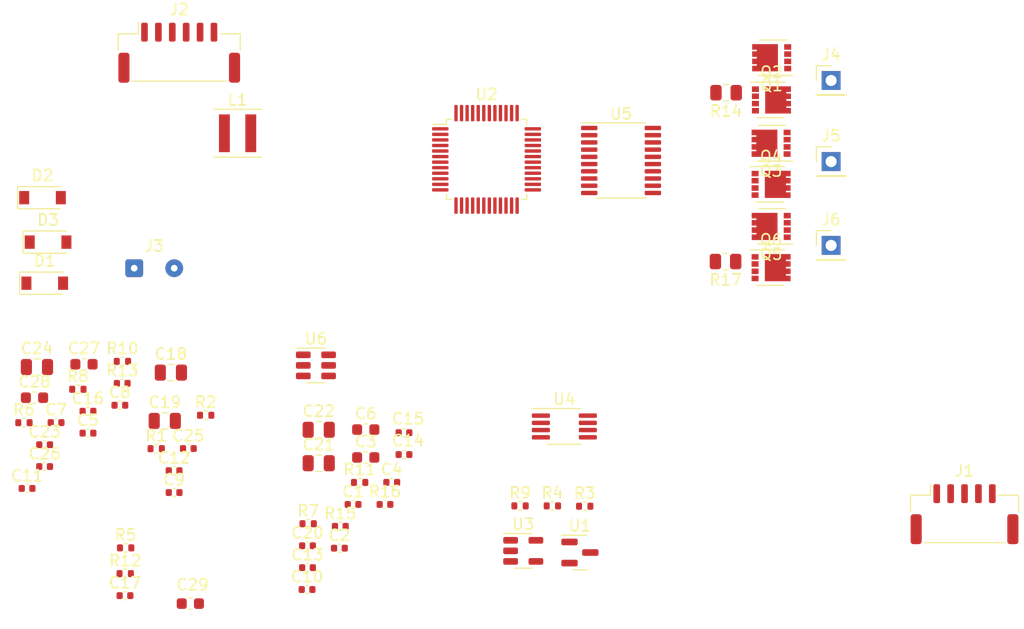
<source format=kicad_pcb>
(kicad_pcb (version 20211014) (generator pcbnew)
  (layers (0 "F.Cu" signal) (31 "B.Cu" signal) (34 "B.Paste" user) (35 "F.Paste" user) (36 "B.SilkS" user "B.Silkscreen") (37 "F.SilkS" user "F.Silkscreen") (38 "B.Mask" user) (39 "F.Mask" user) (44 "Edge.Cuts" user))
  (net 0 "")
  (net 1 "/NRST")
  (net 2 "GND")
  (net 3 "+5V")
  (net 4 "+3.3V")
  (net 5 "Net-(C14-Pad1)")
  (net 6 "Net-(C14-Pad2)")
  (net 7 "Net-(C15-Pad1)")
  (net 8 "Net-(C15-Pad2)")
  (net 9 "+15V")
  (net 10 "/VB1")
  (net 11 "/VS1")
  (net 12 "/VB2")
  (net 13 "/VS2")
  (net 14 "/VB3")
  (net 15 "/VS3")
  (net 16 "Net-(C26-Pad1)")
  (net 17 "Net-(C26-Pad2)")
  (net 18 "/SPI_MISO")
  (net 19 "/SPI_CLK")
  (net 20 "/SPI_CS")
  (net 21 "/USART1_TX")
  (net 22 "/USART1_RX")
  (net 23 "/SWDIO")
  (net 24 "/SWDCLK")
  (net 25 "/HO1")
  (net 26 "/SA1_P")
  (net 27 "/LO1")
  (net 28 "/HO2")
  (net 29 "/LO2")
  (net 30 "/HO3")
  (net 31 "/SA2_P")
  (net 32 "/LO3")
  (net 33 "/BOOT0")
  (net 34 "Net-(R3-Pad1)")
  (net 35 "VAA")
  (net 36 "/ADC1_CH1")
  (net 37 "/ADC1_CH0")
  (net 38 "Net-(R13-Pad1)")
  (net 39 "Net-(R15-Pad2)")
  (net 45 "/ADC1_CH2")
  (net 57 "/TIM1_CH1")
  (net 58 "/TIM1_CH2")
  (net 59 "/TIM1_CH3")
  (footprint "Resistor_SMD:R_0402_1005Metric" (layer "F.Cu") (at 146.92 136.5)
    (fp_text reference "R4" (at 0 -1.17) (layer "F.SilkS"))
    (fp_text value "10kR")
    (pad "1" smd roundrect (at -0.51 0) (size 0.54 0.64) (layers "F.Cu" "F.Paste" "F.Mask") (net 2 "GND"))
    (pad "2" smd roundrect (at 0.51 0) (size 0.54 0.64) (layers "F.Cu" "F.Paste" "F.Mask") (net 34 "Net-(R3-Pad1)"))
  )
  (footprint "Diode_SMD:D_SOD-123" (layer "F.Cu") (at 101.25 116.45)
    (fp_text reference "D1" (at 0 -2) (layer "F.SilkS"))
    (fp_text value " B0530W")
    (pad "1" smd rect (at -1.65 0) (size 0.9 1.2) (layers "F.Cu" "F.Paste" "F.Mask") (net 10 "/VB1"))
    (pad "2" smd rect (at 1.65 0) (size 0.9 1.2) (layers "F.Cu" "F.Paste" "F.Mask") (net 3 "+5V"))
  )
  (footprint "Resistor_SMD:R_0805_2012Metric" (layer "F.Cu") (at 162.55 99.3 180)
    (fp_text reference "R14" (at 0 -1.65) (layer "F.SilkS"))
    (fp_text value "20mR")
    (pad "1" smd roundrect (at -0.9125 0 180) (size 1.025 1.4) (layers "F.Cu" "F.Paste" "F.Mask") (roundrect_rratio 0.243902) (net 26 "/SA1_P"))
    (pad "2" smd roundrect (at 0.9125 0 180) (size 1.025 1.4) (layers "F.Cu" "F.Paste" "F.Mask") (roundrect_rratio 0.243902) (net 2 "GND"))
  )
  (footprint "Resistor_SMD:R_0402_1005Metric" (layer "F.Cu") (at 111.28 131.35)
    (fp_text reference "R1" (at 0 -1.17) (layer "F.SilkS"))
    (fp_text value "10kR")
    (pad "1" smd roundrect (at -0.51 0) (size 0.54 0.64) (layers "F.Cu" "F.Paste" "F.Mask") (net 4 "+3.3V"))
    (pad "2" smd roundrect (at 0.51 0) (size 0.54 0.64) (layers "F.Cu" "F.Paste" "F.Mask") (net 1 "/NRST"))
  )
  (footprint "Diode_SMD:D_SOD-123" (layer "F.Cu") (at 101.05 108.75)
    (fp_text reference "D2" (at 0 -2) (layer "F.SilkS"))
    (fp_text value " B0530W")
    (pad "1" smd rect (at -1.65 0) (size 0.9 1.2) (layers "F.Cu" "F.Paste" "F.Mask") (net 12 "/VB2"))
    (pad "2" smd rect (at 1.65 0) (size 0.9 1.2) (layers "F.Cu" "F.Paste" "F.Mask") (net 3 "+5V"))
  )
  (footprint "Capacitor_SMD:C_0402_1005Metric" (layer "F.Cu") (at 124.89 140.09)
    (fp_text reference "C20" (at 0 -1.16) (layer "F.SilkS"))
    (fp_text value "1uF")
    (pad "1" smd roundrect (at -0.48 0) (size 0.56 0.62) (layers "F.Cu" "F.Paste" "F.Mask") (net 10 "/VB1"))
    (pad "2" smd roundrect (at 0.48 0) (size 0.56 0.62) (layers "F.Cu" "F.Paste" "F.Mask") (net 11 "/VS1"))
  )
  (footprint "Resistor_SMD:R_0402_1005Metric" (layer "F.Cu") (at 108.53 140.28)
    (fp_text reference "R5" (at 0 -1.17) (layer "F.SilkS"))
    (fp_text value "1kR")
    (pad "1" smd roundrect (at -0.51 0) (size 0.54 0.64) (layers "F.Cu" "F.Paste" "F.Mask") (net 31 "/SA2_P"))
    (pad "2" smd roundrect (at 0.51 0) (size 0.54 0.64) (layers "F.Cu" "F.Paste" "F.Mask") (net 5 "Net-(C14-Pad1)"))
  )
  (footprint "Capacitor_SMD:C_0603_1608Metric" (layer "F.Cu") (at 130.13 129.63)
    (fp_text reference "C6" (at 0 -1.43) (layer "F.SilkS"))
    (fp_text value "10uF")
    (pad "1" smd roundrect (at -0.775 0) (size 0.9 0.95) (layers "F.Cu" "F.Paste" "F.Mask") (net 2 "GND"))
    (pad "2" smd roundrect (at 0.775 0) (size 0.9 0.95) (layers "F.Cu" "F.Paste" "F.Mask") (net 4 "+3.3V"))
  )
  (footprint "Capacitor_SMD:C_0402_1005Metric" (layer "F.Cu") (at 114.17 131.34)
    (fp_text reference "C25" (at 0 -1.16) (layer "F.SilkS"))
    (fp_text value "1uF")
    (pad "1" smd roundrect (at -0.48 0) (size 0.56 0.62) (layers "F.Cu" "F.Paste" "F.Mask") (net 14 "/VB3"))
    (pad "2" smd roundrect (at 0.48 0) (size 0.56 0.62) (layers "F.Cu" "F.Paste" "F.Mask") (net 15 "/VS3"))
  )
  (footprint "Capacitor_SMD:C_0402_1005Metric" (layer "F.Cu") (at 105.14 127.98)
    (fp_text reference "C16" (at 0 -1.16) (layer "F.SilkS"))
    (fp_text value "100nF")
    (pad "1" smd roundrect (at -0.48 0) (size 0.56 0.62) (layers "F.Cu" "F.Paste" "F.Mask") (net 4 "+3.3V"))
    (pad "2" smd roundrect (at 0.48 0) (size 0.56 0.62) (layers "F.Cu" "F.Paste" "F.Mask") (net 2 "GND"))
  )
  (footprint "Capacitor_SMD:C_0402_1005Metric" (layer "F.Cu") (at 108.22 125.47)
    (fp_text reference "R13" (at 0 -1.16) (layer "F.SilkS"))
    (fp_text value "100kR")
    (pad "1" smd roundrect (at -0.48 0) (size 0.56 0.62) (layers "F.Cu" "F.Paste" "F.Mask") (net 38 "Net-(R13-Pad1)"))
    (pad "2" smd roundrect (at 0.48 0) (size 0.56 0.62) (layers "F.Cu" "F.Paste" "F.Mask") (net 9 "+15V"))
  )
  (footprint "Capacitor_SMD:C_0603_1608Metric" (layer "F.Cu") (at 130.13 132.14)
    (fp_text reference "C3" (at 0 -1.43) (layer "F.SilkS"))
    (fp_text value "10uF")
    (pad "1" smd roundrect (at -0.775 0) (size 0.9 0.95) (layers "F.Cu" "F.Paste" "F.Mask") (net 2 "GND"))
    (pad "2" smd roundrect (at 0.775 0) (size 0.9 0.95) (layers "F.Cu" "F.Paste" "F.Mask") (net 3 "+5V"))
  )
  (footprint "Package_SON:VSON-8_3.3x3.3mm_P0.65mm_NexFET" (layer "F.Cu") (at 166.6 103.85 180)
    (fp_text reference "Q3" (at 0 -2.5) (layer "F.SilkS"))
    (fp_text value "AP30H50Q")
    (pad "1" smd rect (at -1.44 -0.97 180) (size 0.63 0.5) (layers "F.Cu" "F.Paste" "F.Mask") (net 13 "/VS2"))
    (pad "2" smd rect (at -1.44 -0.33 180) (size 0.63 0.5) (layers "F.Cu" "F.Paste" "F.Mask") (net 13 "/VS2"))
    (pad "3" smd rect (at -1.44 0.33 180) (size 0.63 0.5) (layers "F.Cu" "F.Paste" "F.Mask") (net 13 "/VS2"))
    (pad "4" smd rect (at -1.44 0.97 180) (size 0.63 0.5) (layers "F.Cu" "F.Paste" "F.Mask") (net 28 "/HO2"))
    (pad "5" smd custom (at 0.385 0 180) (size 1.9 2.45) (layers "F.Cu" "F.Mask") (net 9 "+15V") (options (clearance outline) (anchor rect)) (primitives (gr_poly (pts (xy 1.371 -0.72) (xy 0.95 -0.72) (xy 0.95 -0.58) (xy 1.37 -0.58) (xy 1.37 -0.08) (xy 0.95 -0.08) (xy 0.95 0.08) (xy 1.37 0.08) (xy 1.37 0.58) (xy 0.95 0.58) (xy 0.95 0.72) (xy 1.37 0.72) (xy 1.37 1.225) (xy -0.95 1.225) (xy -0.95 -1.225) (xy 1.371 -1.225)) (width 0) (fill yes))))
  )
  (footprint "Capacitor_SMD:C_0805_2012Metric" (layer "F.Cu") (at 100.55 124)
    (fp_text reference "C24" (at 0 -1.68) (layer "F.SilkS"))
    (fp_text value "22uF")
    (pad "1" smd roundrect (at -0.95 0) (size 1 1.45) (layers "F.Cu" "F.Paste" "F.Mask") (net 2 "GND"))
    (pad "2" smd roundrect (at 0.95 0) (size 1 1.45) (layers "F.Cu" "F.Paste" "F.Mask") (net 9 "+15V"))
  )
  (footprint "Resistor_SMD:R_0402_1005Metric" (layer "F.Cu") (at 108.49 142.6)
    (fp_text reference "R12" (at 0 -1.17) (layer "F.SilkS"))
    (fp_text value "15kR")
    (pad "1" smd roundrect (at -0.51 0) (size 0.54 0.64) (layers "F.Cu" "F.Paste" "F.Mask") (net 8 "Net-(C15-Pad2)"))
    (pad "2" smd roundrect (at 0.51 0) (size 0.54 0.64) (layers "F.Cu" "F.Paste" "F.Mask") (net 37 "/ADC1_CH0"))
  )
  (footprint "Capacitor_SMD:C_0603_1608Metric" (layer "F.Cu") (at 100.33 126.76)
    (fp_text reference "C28" (at 0 -1.43) (layer "F.SilkS"))
    (fp_text value "22uF")
    (pad "1" smd roundrect (at -0.775 0) (size 0.9 0.95) (layers "F.Cu" "F.Paste" "F.Mask") (net 2 "GND"))
    (pad "2" smd roundrect (at 0.775 0) (size 0.9 0.95) (layers "F.Cu" "F.Paste" "F.Mask") (net 3 "+5V"))
  )
  (footprint "Capacitor_SMD:C_0402_1005Metric" (layer "F.Cu") (at 105.14 129.95)
    (fp_text reference "C5" (at 0 -1.16) (layer "F.SilkS"))
    (fp_text value "4.7uF")
    (pad "1" smd roundrect (at -0.48 0) (size 0.56 0.62) (layers "F.Cu" "F.Paste" "F.Mask") (net 3 "+5V"))
    (pad "2" smd roundrect (at 0.48 0) (size 0.56 0.62) (layers "F.Cu" "F.Paste" "F.Mask") (net 2 "GND"))
  )
  (footprint "Package_TO_SOT_SMD:SOT-23-6" (layer "F.Cu") (at 125.65 123.85)
    (fp_text reference "U6" (at 0 -2.4) (layer "F.SilkS"))
    (fp_text value "JW5017S")
    (pad "1" smd roundrect (at -1.1375 -0.95) (size 1.325 0.6) (layers "F.Cu" "F.Paste" "F.Mask") (net 17 "Net-(C26-Pad2)"))
    (pad "2" smd roundrect (at -1.1375 0) (size 1.325 0.6) (layers "F.Cu" "F.Paste" "F.Mask") (net 2 "GND"))
    (pad "3" smd roundrect (at -1.1375 0.95) (size 1.325 0.6) (layers "F.Cu" "F.Paste" "F.Mask") (net 39 "Net-(R15-Pad2)"))
    (pad "4" smd roundrect (at 1.1375 0.95) (size 1.325 0.6) (layers "F.Cu" "F.Paste" "F.Mask") (net 38 "Net-(R13-Pad1)"))
    (pad "5" smd roundrect (at 1.1375 0) (size 1.325 0.6) (layers "F.Cu" "F.Paste" "F.Mask") (net 9 "+15V"))
    (pad "6" smd roundrect (at 1.1375 -0.95) (size 1.325 0.6) (layers "F.Cu" "F.Paste" "F.Mask") (net 16 "Net-(C26-Pad1)"))
  )
  (footprint "Capacitor_SMD:C_0402_1005Metric" (layer "F.Cu") (at 124.85 144.03)
    (fp_text reference "C10" (at 0 -1.16) (layer "F.SilkS"))
    (fp_text value "100nF")
    (pad "1" smd roundrect (at -0.48 0) (size 0.56 0.62) (layers "F.Cu" "F.Paste" "F.Mask") (net 3 "+5V"))
    (pad "2" smd roundrect (at 0.48 0) (size 0.56 0.62) (layers "F.Cu" "F.Paste" "F.Mask") (net 2 "GND"))
  )
  (footprint "Capacitor_SMD:C_0402_1005Metric" (layer "F.Cu") (at 108.01 127.44)
    (fp_text reference "C8" (at 0 -1.16) (layer "F.SilkS"))
    (fp_text value "100nF")
    (pad "1" smd roundrect (at -0.48 0) (size 0.56 0.62) (layers "F.Cu" "F.Paste" "F.Mask") (net 3 "+5V"))
    (pad "2" smd roundrect (at 0.48 0) (size 0.56 0.62) (layers "F.Cu" "F.Paste" "F.Mask") (net 2 "GND"))
  )
  (footprint "Capacitor_SMD:C_0402_1005Metric" (layer "F.Cu") (at 99.66 134.93)
    (fp_text reference "C11" (at 0 -1.16) (layer "F.SilkS"))
    (fp_text value "100nF")
    (pad "1" smd roundrect (at -0.48 0) (size 0.56 0.62) (layers "F.Cu" "F.Paste" "F.Mask") (net 4 "+3.3V"))
    (pad "2" smd roundrect (at 0.48 0) (size 0.56 0.62) (layers "F.Cu" "F.Paste" "F.Mask") (net 2 "GND"))
  )
  (footprint "Resistor_SMD:R_0402_1005Metric" (layer "F.Cu") (at 108.24 123.49)
    (fp_text reference "R10" (at 0 -1.17) (layer "F.SilkS"))
    (fp_text value "15kR")
    (pad "1" smd roundrect (at -0.51 0) (size 0.54 0.64) (layers "F.Cu" "F.Paste" "F.Mask") (net 6 "Net-(C14-Pad2)"))
    (pad "2" smd roundrect (at 0.51 0) (size 0.54 0.64) (layers "F.Cu" "F.Paste" "F.Mask") (net 36 "/ADC1_CH1"))
  )
  (footprint "Capacitor_SMD:C_0603_1608Metric" (layer "F.Cu") (at 104.78 123.75)
    (fp_text reference "C27" (at 0 -1.43) (layer "F.SilkS"))
    (fp_text value "22uF")
    (pad "1" smd roundrect (at -0.775 0) (size 0.9 0.95) (layers "F.Cu" "F.Paste" "F.Mask") (net 2 "GND"))
    (pad "2" smd roundrect (at 0.775 0) (size 0.9 0.95) (layers "F.Cu" "F.Paste" "F.Mask") (net 3 "+5V"))
  )
  (footprint "Package_SON:VSON-8_3.3x3.3mm_P0.65mm_NexFET" (layer "F.Cu") (at 166.6 115.05)
    (fp_text reference "Q6" (at 0 -2.5) (layer "F.SilkS"))
    (fp_text value "AP30H50Q")
    (pad "1" smd rect (at -1.44 -0.97) (size 0.63 0.5) (layers "F.Cu" "F.Paste" "F.Mask") (net 31 "/SA2_P"))
    (pad "2" smd rect (at -1.44 -0.33) (size 0.63 0.5) (layers "F.Cu" "F.Paste" "F.Mask") (net 31 "/SA2_P"))
    (pad "3" smd rect (at -1.44 0.33) (size 0.63 0.5) (layers "F.Cu" "F.Paste" "F.Mask") (net 31 "/SA2_P"))
    (pad "4" smd rect (at -1.44 0.97) (size 0.63 0.5) (layers "F.Cu" "F.Paste" "F.Mask") (net 32 "/LO3"))
    (pad "5" smd custom (at 0.385 0) (size 1.9 2.45) (layers "F.Cu" "F.Mask") (net 15 "/VS3") (options (clearance outline) (anchor rect)) (primitives (gr_poly (pts (xy 1.371 -0.72) (xy 0.95 -0.72) (xy 0.95 -0.58) (xy 1.37 -0.58) (xy 1.37 -0.08) (xy 0.95 -0.08) (xy 0.95 0.08) (xy 1.37 0.08) (xy 1.37 0.58) (xy 0.95 0.58) (xy 0.95 0.72) (xy 1.37 0.72) (xy 1.37 1.225) (xy -0.95 1.225) (xy -0.95 -1.225) (xy 1.371 -1.225)) (width 0) (fill yes))))
  )
  (footprint "Capacitor_SMD:C_0805_2012Metric" (layer "F.Cu") (at 125.9 132.66)
    (fp_text reference "C21" (at 0 -1.68) (layer "F.SilkS"))
    (fp_text value "22uF")
    (pad "1" smd roundrect (at -0.95 0) (size 1 1.45) (layers "F.Cu" "F.Paste" "F.Mask") (net 2 "GND"))
    (pad "2" smd roundrect (at 0.95 0) (size 1 1.45) (layers "F.Cu" "F.Paste" "F.Mask") (net 9 "+15V"))
  )
  (footprint "Resistor_SMD:R_0402_1005Metric" (layer "F.Cu") (at 99.38 129.01)
    (fp_text reference "R6" (at 0 -1.17) (layer "F.SilkS"))
    (fp_text value "1kR")
    (pad "1" smd roundrect (at -0.51 0) (size 0.54 0.64) (layers "F.Cu" "F.Paste" "F.Mask") (net 6 "Net-(C14-Pad2)"))
    (pad "2" smd roundrect (at 0.51 0) (size 0.54 0.64) (layers "F.Cu" "F.Paste" "F.Mask") (net 2 "GND"))
  )
  (footprint "Connector_PinHeader_2.54mm:PinHeader_1x01_P2.54mm_Vertical" (layer "F.Cu") (at 172 105.5)
    (fp_text reference "J5" (at 0 -2.33) (layer "F.SilkS"))
    (fp_text value "Conn_01x01")
    (pad "1" thru_hole rect (at 0 0) (size 1.7 1.7) (drill 1) (layers *.Cu *.Mask) (net 13 "/VS2"))
  )
  (footprint "Capacitor_SMD:C_0402_1005Metric" (layer "F.Cu") (at 112.89 135.3)
    (fp_text reference "C9" (at 0 -1.16) (layer "F.SilkS"))
    (fp_text value "100nF")
    (pad "1" smd roundrect (at -0.48 0) (size 0.56 0.62) (layers "F.Cu" "F.Paste" "F.Mask") (net 3 "+5V"))
    (pad "2" smd roundrect (at 0.48 0) (size 0.56 0.62) (layers "F.Cu" "F.Paste" "F.Mask") (net 2 "GND"))
  )
  (footprint "Capacitor_SMD:C_0402_1005Metric" (layer "F.Cu") (at 101.24 130.99)
    (fp_text reference "C23" (at 0 -1.16) (layer "F.SilkS"))
    (fp_text value "1uF")
    (pad "1" smd roundrect (at -0.48 0) (size 0.56 0.62) (layers "F.Cu" "F.Paste" "F.Mask") (net 12 "/VB2"))
    (pad "2" smd roundrect (at 0.48 0) (size 0.56 0.62) (layers "F.Cu" "F.Paste" "F.Mask") (net 13 "/VS2"))
  )
  (footprint "Connector_JST:JST_GH_SM06B-GHS-TB_1x06-1MP_P1.25mm_Horizontal" (layer "F.Cu") (at 113.35 95.7)
    (fp_text reference "J2" (at 0 -3.9) (layer "F.SilkS"))
    (fp_text value "Conn_01x06")
    (pad "1" smd roundrect (at -3.125 -1.85) (size 0.6 1.7) (layers "F.Cu" "F.Paste" "F.Mask") (net 3 "+5V"))
    (pad "2" smd roundrect (at -1.875 -1.85) (size 0.6 1.7) (layers "F.Cu" "F.Paste" "F.Mask") (net 21 "/USART1_TX"))
    (pad "3" smd roundrect (at -0.625 -1.85) (size 0.6 1.7) (layers "F.Cu" "F.Paste" "F.Mask") (net 22 "/USART1_RX"))
    (pad "4" smd roundrect (at 0.625 -1.85) (size 0.6 1.7) (layers "F.Cu" "F.Paste" "F.Mask") (net 23 "/SWDIO"))
    (pad "5" smd roundrect (at 1.875 -1.85) (size 0.6 1.7) (layers "F.Cu" "F.Paste" "F.Mask") (net 24 "/SWDCLK"))
    (pad "6" smd roundrect (at 3.125 -1.85) (size 0.6 1.7) (layers "F.Cu" "F.Paste" "F.Mask") (net 2 "GND"))
    (pad "MP" smd roundrect (at -4.975 1.35) (size 1 2.7) (layers "F.Cu" "F.Paste" "F.Mask"))
    (pad "MP" smd roundrect (at 4.975 1.35) (size 1 2.7) (layers "F.Cu" "F.Paste" "F.Mask"))
  )
  (footprint "Resistor_SMD:R_0402_1005Metric" (layer "F.Cu") (at 104.23 126)
    (fp_text reference "R8" (at 0 -1.17) (layer "F.SilkS"))
    (fp_text value "1kR")
    (pad "1" smd roundrect (at -0.51 0) (size 0.54 0.64) (layers "F.Cu" "F.Paste" "F.Mask") (net 8 "Net-(C15-Pad2)"))
    (pad "2" smd roundrect (at 0.51 0) (size 0.54 0.64) (layers "F.Cu" "F.Paste" "F.Mask") (net 2 "GND"))
  )
  (footprint "Capacitor_SMD:C_0402_1005Metric" (layer "F.Cu") (at 112.89 133.33)
    (fp_text reference "C12" (at 0 -1.16) (layer "F.SilkS"))
    (fp_text value "100nF")
    (pad "1" smd roundrect (at -0.48 0) (size 0.56 0.62) (layers "F.Cu" "F.Paste" "F.Mask") (net 4 "+3.3V"))
    (pad "2" smd roundrect (at 0.48 0) (size 0.56 0.62) (layers "F.Cu" "F.Paste" "F.Mask") (net 2 "GND"))
  )
  (footprint "Capacitor_SMD:C_0402_1005Metric" (layer "F.Cu") (at 131.86 136.37)
    (fp_text reference "R16" (at 0 -1.16) (layer "F.SilkS"))
    (fp_text value "16kR")
    (pad "1" smd roundrect (at -0.48 0) (size 0.56 0.62) (layers "F.Cu" "F.Paste" "F.Mask") (net 3 "+5V"))
    (pad "2" smd roundrect (at 0.48 0) (size 0.56 0.62) (layers "F.Cu" "F.Paste" "F.Mask") (net 39 "Net-(R15-Pad2)"))
  )
  (footprint "Package_SON:VSON-8_3.3x3.3mm_P0.65mm_NexFET" (layer "F.Cu") (at 166.6 107.55)
    (fp_text reference "Q4" (at 0 -2.5) (layer "F.SilkS"))
    (fp_text value "AP30H50Q")
    (pad "1" smd rect (at -1.44 -0.97) (size 0.63 0.5) (layers "F.Cu" "F.Paste" "F.Mask") (net 2 "GND"))
    (pad "2" smd rect (at -1.44 -0.33) (size 0.63 0.5) (layers "F.Cu" "F.Paste" "F.Mask") (net 2 "GND"))
    (pad "3" smd rect (at -1.44 0.33) (size 0.63 0.5) (layers "F.Cu" "F.Paste" "F.Mask") (net 2 "GND"))
    (pad "4" smd rect (at -1.44 0.97) (size 0.63 0.5) (layers "F.Cu" "F.Paste" "F.Mask") (net 29 "/LO2"))
    (pad "5" smd custom (at 0.385 0) (size 1.9 2.45) (layers "F.Cu" "F.Mask") (net 13 "/VS2") (options (clearance outline) (anchor rect)) (primitives (gr_poly (pts (xy 1.371 -0.72) (xy 0.95 -0.72) (xy 0.95 -0.58) (xy 1.37 -0.58) (xy 1.37 -0.08) (xy 0.95 -0.08) (xy 0.95 0.08) (xy 1.37 0.08) (xy 1.37 0.58) (xy 0.95 0.58) (xy 0.95 0.72) (xy 1.37 0.72) (xy 1.37 1.225) (xy -0.95 1.225) (xy -0.95 -1.225) (xy 1.371 -1.225)) (width 0) (fill yes))))
  )
  (footprint "Resistor_SMD:R_0402_1005Metric" (layer "F.Cu") (at 144.01 136.5)
    (fp_text reference "R9" (at 0 -1.17) (layer "F.SilkS"))
    (fp_text value "15kR")
    (pad "1" smd roundrect (at -0.51 0) (size 0.54 0.64) (layers "F.Cu" "F.Paste" "F.Mask") (net 5 "Net-(C14-Pad1)"))
    (pad "2" smd roundrect (at 0.51 0) (size 0.54 0.64) (layers "F.Cu" "F.Paste" "F.Mask") (net 35 "VAA"))
  )
  (footprint "Capacitor_SMD:C_0805_2012Metric" (layer "F.Cu") (at 112.6 124.5)
    (fp_text reference "C18" (at 0 -1.68) (layer "F.SilkS"))
    (fp_text value "22uF")
    (pad "1" smd roundrect (at -0.95 0) (size 1 1.45) (layers "F.Cu" "F.Paste" "F.Mask") (net 2 "GND"))
    (pad "2" smd roundrect (at 0.95 0) (size 1 1.45) (layers "F.Cu" "F.Paste" "F.Mask") (net 9 "+15V"))
  )
  (footprint "Capacitor_SMD:C_0402_1005Metric" (layer "F.Cu") (at 101.24 132.96)
    (fp_text reference "C26" (at 0 -1.16) (layer "F.SilkS"))
    (fp_text value "100nF")
    (pad "1" smd roundrect (at -0.48 0) (size 0.56 0.62) (layers "F.Cu" "F.Paste" "F.Mask") (net 16 "Net-(C26-Pad1)"))
    (pad "2" smd roundrect (at 0.48 0) (size 0.56 0.62) (layers "F.Cu" "F.Paste" "F.Mask") (net 17 "Net-(C26-Pad2)"))
  )
  (footprint "Capacitor_SMD:C_0402_1005Metric" (layer "F.Cu") (at 127.76 140.31)
    (fp_text reference "C2" (at 0 -1.16) (layer "F.SilkS"))
    (fp_text value "4.7uF")
    (pad "1" smd roundrect (at -0.48 0) (size 0.56 0.62) (layers "F.Cu" "F.Paste" "F.Mask") (net 3 "+5V"))
    (pad "2" smd roundrect (at 0.48 0) (size 0.56 0.62) (layers "F.Cu" "F.Paste" "F.Mask") (net 2 "GND"))
  )
  (footprint "Package_SON:VSON-8_3.3x3.3mm_P0.65mm_NexFET" (layer "F.Cu") (at 166.61 111.34 180)
    (fp_text reference "Q5" (at 0 -2.5) (layer "F.SilkS"))
    (fp_text value "AP30H50Q")
    (pad "1" smd rect (at -1.44 -0.97 180) (size 0.63 0.5) (layers "F.Cu" "F.Paste" "F.Mask") (net 15 "/VS3"))
    (pad "2" smd rect (at -1.44 -0.33 180) (size 0.63 0.5) (layers "F.Cu" "F.Paste" "F.Mask") (net 15 "/VS3"))
    (pad "3" smd rect (at -1.44 0.33 180) (size 0.63 0.5) (layers "F.Cu" "F.Paste" "F.Mask") (net 15 "/VS3"))
    (pad "4" smd rect (at -1.44 0.97 180) (size 0.63 0.5) (layers "F.Cu" "F.Paste" "F.Mask") (net 30 "/HO3"))
    (pad "5" smd custom (at 0.385 0 180) (size 1.9 2.45) (layers "F.Cu" "F.Mask") (net 9 "+15V") (options (clearance outline) (anchor rect)) (primitives (gr_poly (pts (xy 1.371 -0.72) (xy 0.95 -0.72) (xy 0.95 -0.58) (xy 1.37 -0.58) (xy 1.37 -0.08) (xy 0.95 -0.08) (xy 0.95 0.08) (xy 1.37 0.08) (xy 1.37 0.58) (xy 0.95 0.58) (xy 0.95 0.72) (xy 1.37 0.72) (xy 1.37 1.225) (xy -0.95 1.225) (xy -0.95 -1.225) (xy 1.371 -1.225)) (width 0) (fill yes))))
  )
  (footprint "Package_SON:VSON-8_3.3x3.3mm_P0.65mm_NexFET" (layer "F.Cu") (at 166.65 96.15 180)
    (fp_text reference "Q1" (at 0 -2.5) (layer "F.SilkS"))
    (fp_text value "AP30H50Q")
    (pad "1" smd rect (at -1.44 -0.97 180) (size 0.63 0.5) (layers "F.Cu" "F.Paste" "F.Mask") (net 11 "/VS1"))
    (pad "2" smd rect (at -1.44 -0.33 180) (size 0.63 0.5) (layers "F.Cu" "F.Paste" "F.Mask") (net 11 "/VS1"))
    (pad "3" smd rect (at -1.44 0.33 180) (size 0.63 0.5) (layers "F.Cu" "F.Paste" "F.Mask") (net 11 "/VS1"))
    (pad "4" smd rect (at -1.44 0.97 180) (size 0.63 0.5) (layers "F.Cu" "F.Paste" "F.Mask") (net 25 "/HO1"))
    (pad "5" smd custom (at 0.385 0 180) (size 1.9 2.45) (layers "F.Cu" "F.Mask") (net 9 "+15V") (options (clearance outline) (anchor rect)) (primitives (gr_poly (pts (xy 1.371 -0.72) (xy 0.95 -0.72) (xy 0.95 -0.58) (xy 1.37 -0.58) (xy 1.37 -0.08) (xy 0.95 -0.08) (xy 0.95 0.08) (xy 1.37 0.08) (xy 1.37 0.58) (xy 0.95 0.58) (xy 0.95 0.72) (xy 1.37 0.72) (xy 1.37 1.225) (xy -0.95 1.225) (xy -0.95 -1.225) (xy 1.371 -1.225)) (width 0) (fill yes))))
  )
  (footprint "Resistor_SMD:R_0402_1005Metric" (layer "F.Cu") (at 115.73 128.34)
    (fp_text reference "R2" (at 0 -1.17) (layer "F.SilkS"))
    (fp_text value "10kR")
    (pad "1" smd roundrect (at -0.51 0) (size 0.54 0.64) (layers "F.Cu" "F.Paste" "F.Mask") (net 33 "/BOOT0"))
    (pad "2" smd roundrect (at 0.51 0) (size 0.54 0.64) (layers "F.Cu" "F.Paste" "F.Mask") (net 2 "GND"))
  )
  (footprint "Package_SON:VSON-8_3.3x3.3mm_P0.65mm_NexFET" (layer "F.Cu") (at 166.63 99.95)
    (fp_text reference "Q2" (at 0 -2.5) (layer "F.SilkS"))
    (fp_text value "AP30H50Q")
    (pad "1" smd rect (at -1.44 -0.97) (size 0.63 0.5) (layers "F.Cu" "F.Paste" "F.Mask") (net 26 "/SA1_P"))
    (pad "2" smd rect (at -1.44 -0.33) (size 0.63 0.5) (layers "F.Cu" "F.Paste" "F.Mask") (net 26 "/SA1_P"))
    (pad "3" smd rect (at -1.44 0.33) (size 0.63 0.5) (layers "F.Cu" "F.Paste" "F.Mask") (net 26 "/SA1_P"))
    (pad "4" smd rect (at -1.44 0.97) (size 0.63 0.5) (layers "F.Cu" "F.Paste" "F.Mask") (net 27 "/LO1"))
    (pad "5" smd custom (at 0.385 0) (size 1.9 2.45) (layers "F.Cu" "F.Mask") (net 11 "/VS1") (options (clearance outline) (anchor rect)) (primitives (gr_poly (pts (xy 1.371 -0.72) (xy 0.95 -0.72) (xy 0.95 -0.58) (xy 1.37 -0.58) (xy 1.37 -0.08) (xy 0.95 -0.08) (xy 0.95 0.08) (xy 1.37 0.08) (xy 1.37 0.58) (xy 0.95 0.58) (xy 0.95 0.72) (xy 1.37 0.72) (xy 1.37 1.225) (xy -0.95 1.225) (xy -0.95 -1.225) (xy 1.371 -1.225)) (width 0) (fill yes))))
  )
  (footprint "Capacitor_SMD:C_0402_1005Metric" (layer "F.Cu") (at 102.27 129)
    (fp_text reference "C7" (at 0 -1.16) (layer "F.SilkS"))
    (fp_text value "4.7uF")
    (pad "1" smd roundrect (at -0.48 0) (size 0.56 0.62) (layers "F.Cu" "F.Paste" "F.Mask") (net 3 "+5V"))
    (pad "2" smd roundrect (at 0.48 0) (size 0.56 0.62) (layers "F.Cu" "F.Paste" "F.Mask") (net 2 "GND"))
  )
  (footprint "Resistor_SMD:R_0805_2012Metric" (layer "F.Cu") (at 162.5 114.5 180)
    (fp_text reference "R17" (at 0 -1.65) (layer "F.SilkS"))
    (fp_text value "20mR")
    (pad "1" smd roundrect (at -0.9125 0 180) (size 1.025 1.4) (layers "F.Cu" "F.Paste" "F.Mask") (roundrect_rratio 0.243902) (net 31 "/SA2_P"))
    (pad "2" smd roundrect (at 0.9125 0 180) (size 1.025 1.4) (layers "F.Cu" "F.Paste" "F.Mask") (roundrect_rratio 0.243902) (net 2 "GND"))
  )
  (footprint "Capacitor_SMD:C_0402_1005Metric" (layer "F.Cu") (at 124.89 142.06)
    (fp_text reference "C13" (at 0 -1.16) (layer "F.SilkS"))
    (fp_text value "100nF")
    (pad "1" smd roundrect (at -0.48 0) (size 0.56 0.62) (layers "F.Cu" "F.Paste" "F.Mask") (net 4 "+3.3V"))
    (pad "2" smd roundrect (at 0.48 0) (size 0.56 0.62) (layers "F.Cu" "F.Paste" "F.Mask") (net 2 "GND"))
  )
  (footprint "Connector_JST:JST_GH_SM05B-GHS-TB_1x05-1MP_P1.25mm_Horizontal" (layer "F.Cu") (at 184 137.25)
    (fp_text reference "J1" (at 0 -3.9) (layer "F.SilkS"))
    (fp_text value "Conn_01x05")
    (pad "1" smd roundrect (at -2.5 -1.85) (size 0.6 1.7) (layers "F.Cu" "F.Paste" "F.Mask") (net 3 "+5V"))
    (pad "2" smd roundrect (at -1.25 -1.85) (size 0.6 1.7) (layers "F.Cu" "F.Paste" "F.Mask") (net 18 "/SPI_MISO"))
    (pad "3" smd roundrect (at 0 -1.85) (size 0.6 1.7) (layers "F.Cu" "F.Paste" "F.Mask") (net 19 "/SPI_CLK"))
    (pad "4" smd roundrect (at 1.25 -1.85) (size 0.6 1.7) (layers "F.Cu" "F.Paste" "F.Mask") (net 20 "/SPI_CS"))
    (pad "5" smd roundrect (at 2.5 -1.85) (size 0.6 1.7) (layers "F.Cu" "F.Paste" "F.Mask") (net 2 "GND"))
    (pad "MP" smd roundrect (at 4.35 1.35) (size 1 2.7) (layers "F.Cu" "F.Paste" "F.Mask"))
    (pad "MP" smd roundrect (at -4.35 1.35) (size 1 2.7) (layers "F.Cu" "F.Paste" "F.Mask"))
  )
  (footprint "Package_SO:MSOP-8_3x3mm_P0.65mm" (layer "F.Cu") (at 148 129.35)
    (fp_text reference "U4" (at 0 -2.45) (layer "F.SilkS"))
    (fp_text value "COS722MR")
    (pad "1" smd roundrect (at -2.1125 -0.975) (size 1.625 0.4) (layers "F.Cu" "F.Paste" "F.Mask") (net 37 "/ADC1_CH0"))
    (pad "2" smd roundrect (at -2.1125 -0.325) (size 1.625 0.4) (layers "F.Cu" "F.Paste" "F.Mask") (net 8 "Net-(C15-Pad2)"))
    (pad "3" smd roundrect (at -2.1125 0.325) (size 1.625 0.4) (layers "F.Cu" "F.Paste" "F.Mask") (net 7 "Net-(C15-Pad1)"))
    (pad "4" smd roundrect (at -2.1125 0.975) (size 1.625 0.4) (layers "F.Cu" "F.Paste" "F.Mask") (net 2 "GND"))
    (pad "5" smd roundrect (at 2.1125 0.975) (size 1.625 0.4) (layers "F.Cu" "F.Paste" "F.Mask") (net 5 "Net-(C14-Pad1)"))
    (pad "6" smd roundrect (at 2.1125 0.325) (size 1.625 0.4) (layers "F.Cu" "F.Paste" "F.Mask") (net 6 "Net-(C14-Pad2)"))
    (pad "7" smd roundrect (at 2.1125 -0.325) (size 1.625 0.4) (layers "F.Cu" "F.Paste" "F.Mask") (net 36 "/ADC1_CH1"))
    (pad "8" smd roundrect (at 2.1125 -0.975) (size 1.625 0.4) (layers "F.Cu" "F.Paste" "F.Mask") (net 3 "+5V"))
  )
  (footprint "Package_SO:TSSOP-20_4.4x6.5mm_P0.65mm" (layer "F.Cu") (at 153.1 105.4)
    (fp_text reference "U5" (at 0 -4.2) (layer "F.SilkS"))
    (fp_text value "EG2133")
    (pad "1" smd roundrect (at -2.8625 -2.925) (size 1.475 0.4) (layers "F.Cu" "F.Paste" "F.Mask") (net 59 "/TIM1_CH3"))
    (pad "2" smd roundrect (at -2.8625 -2.275) (size 1.475 0.4) (layers "F.Cu" "F.Paste" "F.Mask") (net 58 "/TIM1_CH2"))
    (pad "3" smd roundrect (at -2.8625 -1.625) (size 1.475 0.4) (layers "F.Cu" "F.Paste" "F.Mask") (net 57 "/TIM1_CH1"))
    (pad "4" smd roundrect (at -2.8625 -0.975) (size 1.475 0.4) (layers "F.Cu" "F.Paste" "F.Mask") (net 59 "/TIM1_CH3"))
    (pad "5" smd roundrect (at -2.8625 -0.325) (size 1.475 0.4) (layers "F.Cu" "F.Paste" "F.Mask") (net 58 "/TIM1_CH2"))
    (pad "6" smd roundrect (at -2.8625 0.325) (size 1.475 0.4) (layers "F.Cu" "F.Paste" "F.Mask") (net 57 "/TIM1_CH1"))
    (pad "7" smd roundrect (at -2.8625 0.975) (size 1.475 0.4) (layers "F.Cu" "F.Paste" "F.Mask") (net 3 "+5V"))
    (pad "8" smd roundrect (at -2.8625 1.625) (size 1.475 0.4) (layers "F.Cu" "F.Paste" "F.Mask") (net 2 "GND"))
    (pad "9" smd roundrect (at -2.8625 2.275) (size 1.475 0.4) (layers "F.Cu" "F.Paste" "F.Mask") (net 32 "/LO3"))
    (pad "10" smd roundrect (at -2.8625 2.925) (size 1.475 0.4) (layers "F.Cu" "F.Paste" "F.Mask") (net 29 "/LO2"))
    (pad "11" smd roundrect (at 2.8625 2.925) (size 1.475 0.4) (layers "F.Cu" "F.Paste" "F.Mask") (net 27 "/LO1"))
    (pad "12" smd roundrect (at 2.8625 2.275) (size 1.475 0.4) (layers "F.Cu" "F.Paste" "F.Mask") (net 15 "/VS3"))
    (pad "13" smd roundrect (at 2.8625 1.625) (size 1.475 0.4) (layers "F.Cu" "F.Paste" "F.Mask") (net 30 "/HO3"))
    (pad "14" smd roundrect (at 2.8625 0.975) (size 1.475 0.4) (layers "F.Cu" "F.Paste" "F.Mask") (net 14 "/VB3"))
    (pad "15" smd roundrect (at 2.8625 0.325) (size 1.475 0.4) (layers "F.Cu" "F.Paste" "F.Mask") (net 13 "/VS2"))
    (pad "16" smd roundrect (at 2.8625 -0.325) (size 1.475 0.4) (layers "F.Cu" "F.Paste" "F.Mask") (net 28 "/HO2"))
    (pad "17" smd roundrect (at 2.8625 -0.975) (size 1.475 0.4) (layers "F.Cu" "F.Paste" "F.Mask") (net 12 "/VB2"))
    (pad "18" smd roundrect (at 2.8625 -1.625) (size 1.475 0.4) (layers "F.Cu" "F.Paste" "F.Mask") (net 11 "/VS1"))
    (pad "19" smd roundrect (at 2.8625 -2.275) (size 1.475 0.4) (layers "F.Cu" "F.Paste" "F.Mask") (net 25 "/HO1"))
    (pad "20" smd roundrect (at 2.8625 -2.925) (size 1.475 0.4) (layers "F.Cu" "F.Paste" "F.Mask") (net 10 "/VB1"))
  )
  (footprint "Package_TO_SOT_SMD:SOT-23-5" (layer "F.Cu") (at 144.3 140.55)
    (fp_text reference "U3" (at 0 -2.4) (layer "F.SilkS"))
    (fp_text value "LM321")
    (pad "1" smd roundrect (at -1.1375 -0.95) (size 1.325 0.6) (layers "F.Cu" "F.Paste" "F.Mask") (net 34 "Net-(R3-Pad1)"))
    (pad "2" smd roundrect (at -1.1375 0) (size 1.325 0.6) (layers "F.Cu" "F.Paste" "F.Mask") (net 2 "GND"))
    (pad "3" smd roundrect (at -1.1375 0.95) (size 1.325 0.6) (layers "F.Cu" "F.Paste" "F.Mask") (net 35 "VAA"))
    (pad "4" smd roundrect (at 1.1375 0.95) (size 1.325 0.6) (layers "F.Cu" "F.Paste" "F.Mask") (net 35 "VAA"))
    (pad "5" smd roundrect (at 1.1375 -0.95) (size 1.325 0.6) (layers "F.Cu" "F.Paste" "F.Mask") (net 3 "+5V"))
  )
  (footprint "Capacitor_SMD:C_0402_1005Metric" (layer "F.Cu") (at 132.47 134.38)
    (fp_text reference "C4" (at 0 -1.16) (layer "F.SilkS"))
    (fp_text value "4.7uF")
    (pad "1" smd roundrect (at -0.48 0) (size 0.56 0.62) (layers "F.Cu" "F.Paste" "F.Mask") (net 3 "+5V"))
    (pad "2" smd roundrect (at 0.48 0) (size 0.56 0.62) (layers "F.Cu" "F.Paste" "F.Mask") (net 2 "GND"))
  )
  (footprint "Resistor_SMD:R_0402_1005Metric" (layer "F.Cu") (at 124.95 138.11)
    (fp_text reference "R7" (at 0 -1.17) (layer "F.SilkS"))
    (fp_text value "1kR")
    (pad "1" smd roundrect (at -0.51 0) (size 0.54 0.64) (layers "F.Cu" "F.Paste" "F.Mask") (net 26 "/SA1_P"))
    (pad "2" smd roundrect (at 0.51 0) (size 0.54 0.64) (layers "F.Cu" "F.Paste" "F.Mask") (net 7 "Net-(C15-Pad1)"))
  )
  (footprint "Capacitor_SMD:C_0402_1005Metric" (layer "F.Cu") (at 133.57 131.88)
    (fp_text reference "C14" (at 0.38 -1.26) (layer "F.SilkS"))
    (fp_text value "100nF")
    (pad "1" smd roundrect (at -0.48 0) (size 0.56 0.62) (layers "F.Cu" "F.Paste" "F.Mask") (net 5 "Net-(C14-Pad1)"))
    (pad "2" smd roundrect (at 0.48 0) (size 0.56 0.62) (layers "F.Cu" "F.Paste" "F.Mask") (net 6 "Net-(C14-Pad2)"))
  )
  (footprint "Connector_PinHeader_2.54mm:PinHeader_1x01_P2.54mm_Vertical" (layer "F.Cu") (at 172 98.2)
    (fp_text reference "J4" (at 0 -2.33) (layer "F.SilkS"))
    (fp_text value "Conn_01x01")
    (pad "1" thru_hole rect (at 0 0) (size 1.7 1.7) (drill 1) (layers *.Cu *.Mask) (net 11 "/VS1"))
  )
  (footprint "Capacitor_SMD:C_0805_2012Metric" (layer "F.Cu") (at 112.05 128.85)
    (fp_text reference "C19" (at 0 -1.68) (layer "F.SilkS"))
    (fp_text value "22uF")
    (pad "1" smd roundrect (at -0.95 0) (size 1 1.45) (layers "F.Cu" "F.Paste" "F.Mask") (net 2 "GND"))
    (pad "2" smd roundrect (at 0.95 0) (size 1 1.45) (layers "F.Cu" "F.Paste" "F.Mask") (net 9 "+15V"))
  )
  (footprint "Inductor_SMD:L_Coilcraft_XxL4040" (layer "F.Cu") (at 118.6 102.95)
    (fp_text reference "L1" (at 0 -3) (layer "F.SilkS"))
    (fp_text value "4.7uH")
    (pad "1" smd rect (at -1.185 0) (size 0.98 3.4) (layers "F.Cu" "F.Paste" "F.Mask") (net 16 "Net-(C26-Pad1)"))
    (pad "2" smd rect (at 1.185 0) (size 0.98 3.4) (layers "F.Cu" "F.Paste" "F.Mask") (net 3 "+5V"))
  )
  (footprint "Connector_Wire:SolderWire-0.1sqmm_1x02_P3.6mm_D0.4mm_OD1mm" (layer "F.Cu") (at 109.3 115.1)
    (fp_text reference "J3" (at 1.8 -2) (layer "F.SilkS"))
    (fp_text value "Conn_01x02")
    (pad "1" thru_hole roundrect (at 0 0) (size 1.6 1.6) (drill 0.6) (layers *.Cu *.Mask) (roundrect_rratio 0.15625) (net 2 "GND"))
    (pad "2" thru_hole circle (at 3.6 0) (size 1.6 1.6) (drill 0.6) (layers *.Cu *.Mask) (net 9 "+15V"))
  )
  (footprint "Capacitor_SMD:C_0603_1608Metric" (layer "F.Cu") (at 114.35 145.3)
    (fp_text reference "C29" (at 0.2 -1.7) (layer "F.SilkS"))
    (fp_text value "22uF")
    (pad "1" smd roundrect (at -0.775 0) (size 0.9 0.95) (layers "F.Cu" "F.Paste" "F.Mask") (net 2 "GND"))
    (pad "2" smd roundrect (at 0.775 0) (size 0.9 0.95) (layers "F.Cu" "F.Paste" "F.Mask") (net 3 "+5V"))
  )
  (footprint "Resistor_SMD:R_0402_1005Metric" (layer "F.Cu") (at 149.83 136.53)
    (fp_text reference "R3" (at 0 -1.17) (layer "F.SilkS"))
    (fp_text value "10kR")
    (pad "1" smd roundrect (at -0.51 0) (size 0.54 0.64) (layers "F.Cu" "F.Paste" "F.Mask") (net 34 "Net-(R3-Pad1)"))
    (pad "2" smd roundrect (at 0.51 0) (size 0.54 0.64) (layers "F.Cu" "F.Paste" "F.Mask") (net 4 "+3.3V"))
  )
  (footprint "Capacitor_SMD:C_0402_1005Metric" (layer "F.Cu") (at 128.99 136.37)
    (fp_text reference "C1" (at 0 -1.16) (layer "F.SilkS"))
    (fp_text value "100nF")
    (pad "1" smd roundrect (at -0.48 0) (size 0.56 0.62) (layers "F.Cu" "F.Paste" "F.Mask") (net 1 "/NRST"))
    (pad "2" smd roundrect (at 0.48 0) (size 0.56 0.62) (layers "F.Cu" "F.Paste" "F.Mask") (net 2 "GND"))
  )
  (footprint "Capacitor_SMD:C_0805_2012Metric" (layer "F.Cu") (at 125.9 129.65)
    (fp_text reference "C22" (at 0 -1.68) (layer "F.SilkS"))
    (fp_text value "22uF")
    (pad "1" smd roundrect (at -0.95 0) (size 1 1.45) (layers "F.Cu" "F.Paste" "F.Mask") (net 2 "GND"))
    (pad "2" smd roundrect (at 0.95 0) (size 1 1.45) (layers "F.Cu" "F.Paste" "F.Mask") (net 9 "+15V"))
  )
  (footprint "Package_TO_SOT_SMD:SOT-23" (layer "F.Cu") (at 149.4 140.7)
    (fp_text reference "U1" (at 0 -2.4) (layer "F.SilkS"))
    (fp_text value " XC6206P332MR")
    (pad "1" smd roundrect (at -0.9375 -0.95) (size 1.475 0.6) (layers "F.Cu" "F.Paste" "F.Mask") (net 2 "GND"))
    (pad "2" smd roundrect (at -0.9375 0.95) (size 1.475 0.6) (layers "F.Cu" "F.Paste" "F.Mask") (net 4 "+3.3V"))
    (pad "3" smd roundrect (at 0.9375 0) (size 1.475 0.6) (layers "F.Cu" "F.Paste" "F.Mask") (net 3 "+5V"))
  )
  (footprint "Capacitor_SMD:C_0402_1005Metric" (layer "F.Cu") (at 127.84 138.34)
    (fp_text reference "R15" (at 0 -1.16) (layer "F.SilkS"))
    (fp_text value "3kR")
    (pad "1" smd roundrect (at -0.48 0) (size 0.56 0.62) (layers "F.Cu" "F.Paste" "F.Mask") (net 2 "GND"))
    (pad "2" smd roundrect (at 0.48 0) (size 0.56 0.62) (layers "F.Cu" "F.Paste" "F.Mask") (net 39 "Net-(R15-Pad2)"))
  )
  (footprint "Connector_PinHeader_2.54mm:PinHeader_1x01_P2.54mm_Vertical" (layer "F.Cu") (at 172 113.05)
    (fp_text reference "J6" (at 0 -2.33) (layer "F.SilkS"))
    (fp_text value "Conn_01x01")
    (pad "1" thru_hole rect (at 0 0) (size 1.7 1.7) (drill 1) (layers *.Cu *.Mask) (net 15 "/VS3"))
  )
  (footprint "Package_QFP:LQFP-48_7x7mm_P0.5mm" (layer "F.Cu") (at 141 105.3)
    (fp_text reference "U2" (at 0 -5.85) (layer "F.SilkS"))
    (fp_text value "AT32F421C8")
    (pad "1" smd roundrect (at -4.1625 -2.75) (size 1.475 0.3) (layers "F.Cu" "F.Paste" "F.Mask") (net 4 "+3.3V"))
    (pad "2" smd roundrect (at -4.1625 -2.25) (size 1.475 0.3) (layers "F.Cu" "F.Paste" "F.Mask"))
    (pad "3" smd roundrect (at -4.1625 -1.75) (size 1.475 0.3) (layers "F.Cu" "F.Paste" "F.Mask"))
    (pad "4" smd roundrect (at -4.1625 -1.25) (size 1.475 0.3) (layers "F.Cu" "F.Paste" "F.Mask"))
    (pad "5" smd roundrect (at -4.1625 -0.75) (size 1.475 0.3) (layers "F.Cu" "F.Paste" "F.Mask"))
    (pad "6" smd roundrect (at -4.1625 -0.25) (size 1.475 0.3) (layers "F.Cu" "F.Paste" "F.Mask"))
    (pad "7" smd roundrect (at -4.1625 0.25) (size 1.475 0.3) (layers "F.Cu" "F.Paste" "F.Mask") (net 1 "/NRST"))
    (pad "8" smd roundrect (at -4.1625 0.75) (size 1.475 0.3) (layers "F.Cu" "F.Paste" "F.Mask") (net 2 "GND"))
    (pad "9" smd roundrect (at -4.1625 1.25) (size 1.475 0.3) (layers "F.Cu" "F.Paste" "F.Mask") (net 4 "+3.3V"))
    (pad "10" smd roundrect (at -4.1625 1.75) (size 1.475 0.3) (layers "F.Cu" "F.Paste" "F.Mask") (net 37 "/ADC1_CH0"))
    (pad "11" smd roundrect (at -4.1625 2.25) (size 1.475 0.3) (layers "F.Cu" "F.Paste" "F.Mask") (net 36 "/ADC1_CH1"))
    (pad "12" smd roundrect (at -4.1625 2.75) (size 1.475 0.3) (layers "F.Cu" "F.Paste" "F.Mask") (net 45 "/ADC1_CH2"))
    (pad "13" smd roundrect (at -2.75 4.1625) (size 0.3 1.475) (layers "F.Cu" "F.Paste" "F.Mask"))
    (pad "14" smd roundrect (at -2.25 4.1625) (size 0.3 1.475) (layers "F.Cu" "F.Paste" "F.Mask") (net 20 "/SPI_CS"))
    (pad "15" smd roundrect (at -1.75 4.1625) (size 0.3 1.475) (layers "F.Cu" "F.Paste" "F.Mask") (net 19 "/SPI_CLK"))
    (pad "16" smd roundrect (at -1.25 4.1625) (size 0.3 1.475) (layers "F.Cu" "F.Paste" "F.Mask") (net 18 "/SPI_MISO"))
    (pad "17" smd roundrect (at -0.75 4.1625) (size 0.3 1.475) (layers "F.Cu" "F.Paste" "F.Mask"))
    (pad "18" smd roundrect (at -0.25 4.1625) (size 0.3 1.475) (layers "F.Cu" "F.Paste" "F.Mask"))
    (pad "19" smd roundrect (at 0.25 4.1625) (size 0.3 1.475) (layers "F.Cu" "F.Paste" "F.Mask"))
    (pad "20" smd roundrect (at 0.75 4.1625) (size 0.3 1.475) (layers "F.Cu" "F.Paste" "F.Mask"))
    (pad "21" smd roundrect (at 1.25 4.1625) (size 0.3 1.475) (layers "F.Cu" "F.Paste" "F.Mask"))
    (pad "22" smd roundrect (at 1.75 4.1625) (size 0.3 1.475) (layers "F.Cu" "F.Paste" "F.Mask"))
    (pad "23" smd roundrect (at 2.25 4.1625) (size 0.3 1.475) (layers "F.Cu" "F.Paste" "F.Mask") (net 2 "GND"))
    (pad "24" smd roundrect (at 2.75 4.1625) (size 0.3 1.475) (layers "F.Cu" "F.Paste" "F.Mask") (net 4 "+3.3V"))
    (pad "25" smd roundrect (at 4.1625 2.75) (size 1.475 0.3) (layers "F.Cu" "F.Paste" "F.Mask"))
    (pad "26" smd roundrect (at 4.1625 2.25) (size 1.475 0.3) (layers "F.Cu" "F.Paste" "F.Mask"))
    (pad "27" smd roundrect (at 4.1625 1.75) (size 1.475 0.3) (layers "F.Cu" "F.Paste" "F.Mask"))
    (pad "28" smd roundrect (at 4.1625 1.25) (size 1.475 0.3) (layers "F.Cu" "F.Paste" "F.Mask"))
    (pad "29" smd roundrect (at 4.1625 0.75) (size 1.475 0.3) (layers "F.Cu" "F.Paste" "F.Mask") (net 57 "/TIM1_CH1"))
    (pad "30" smd roundrect (at 4.1625 0.25) (size 1.475 0.3) (layers "F.Cu" "F.Paste" "F.Mask") (net 58 "/TIM1_CH2"))
    (pad "31" smd roundrect (at 4.1625 -0.25) (size 1.475 0.3) (layers "F.Cu" "F.Paste" "F.Mask") (net 59 "/TIM1_CH3"))
    (pad "32" smd roundrect (at 4.1625 -0.75) (size 1.475 0.3) (layers "F.Cu" "F.Paste" "F.Mask"))
    (pad "33" smd roundrect (at 4.1625 -1.25) (size 1.475 0.3) (layers "F.Cu" "F.Paste" "F.Mask"))
    (pad "34" smd roundrect (at 4.1625 -1.75) (size 1.475 0.3) (layers "F.Cu" "F.Paste" "F.Mask") (net 23 "/SWDIO"))
    (pad "35" smd roundrect (at 4.1625 -2.25) (size 1.475 0.3) (layers "F.Cu" "F.Paste" "F.Mask"))
    (pad "36" smd roundrect (at 4.1625 -2.75) (size 1.475 0.3) (layers "F.Cu" "F.Paste" "F.Mask"))
    (pad "37" smd roundrect (at 2.75 -4.1625) (size 0.3 1.475) (layers "F.Cu" "F.Paste" "F.Mask") (net 24 "/SWDCLK"))
    (pad "38" smd roundrect (at 2.25 -4.1625) (size 0.3 1.475) (layers "F.Cu" "F.Paste" "F.Mask"))
    (pad "39" smd roundrect (at 1.75 -4.1625) (size 0.3 1.475) (layers "F.Cu" "F.Paste" "F.Mask"))
    (pad "40" smd roundrect (at 1.25 -4.1625) (size 0.3 1.475) (layers "F.Cu" "F.Paste" "F.Mask"))
    (pad "41" smd roundrect (at 0.75 -4.1625) (size 0.3 1.475) (layers "F.Cu" "F.Paste" "F.Mask"))
    (pad "42" smd roundrect (at 0.25 -4.1625) (size 0.3 1.475) (layers "F.Cu" "F.Paste" "F.Mask") (net 21 "/USART1_TX"))
    (pad "43" smd roundrect (at -0.25 -4.1625) (size 0.3 1.475) (layers "F.Cu" "F.Paste" "F.Mask") (net 22 "/USART1_RX"))
    (pad "44" smd roundrect (at -0.75 -4.1625) (size 0.3 1.475) (layers "F.Cu" "F.Paste" "F.Mask") (net 33 "/BOOT0"))
    (pad "45" smd roundrect (at -1.25 -4.1625) (size 0.3 1.475) (layers "F.Cu" "F.Paste" "F.Mask"))
    (pad "46" smd roundrect (at -1.75 -4.1625) (size 0.3 1.475) (layers "F.Cu" "F.Paste" "F.Mask"))
    (pad "47" smd roundrect (at -2.25 -4.1625) (size 0.3 1.475) (layers "F.Cu" "F.Paste" "F.Mask") (net 2 "GND"))
    (pad "48" smd roundrect (at -2.75 -4.1625) (size 0.3 1.475) (layers "F.Cu" "F.Paste" "F.Mask") (net 4 "+3.3V"))
  )
  (footprint "Resistor_SMD:R_0402_1005Metric" (layer "F.Cu") (at 129.58 134.39)
    (fp_text reference "R11" (at 0 -1.17) (layer "F.SilkS"))
    (fp_text value "15kR")
    (pad "1" smd roundrect (at -0.51 0) (size 0.54 0.64) (layers "F.Cu" "F.Paste" "F.Mask") (net 7 "Net-(C15-Pad1)"))
    (pad "2" smd roundrect (at 0.51 0) (size 0.54 0.64) (layers "F.Cu" "F.Paste" "F.Mask") (net 35 "VAA"))
  )
  (footprint "Capacitor_SMD:C_0402_1005Metric" (layer "F.Cu") (at 108.47 144.58)
    (fp_text reference "C17" (at 0 -1.16) (layer "F.SilkS"))
    (fp_text value "100nF")
    (pad "1" smd roundrect (at -0.48 0) (size 0.56 0.62) (layers "F.Cu" "F.Paste" "F.Mask") (net 4 "+3.3V"))
    (pad "2" smd roundrect (at 0.48 0) (size 0.56 0.62) (layers "F.Cu" "F.Paste" "F.Mask") (net 2 "GND"))
  )
  (footprint "Diode_SMD:D_SOD-123" (layer "F.Cu") (at 101.55 112.75)
    (fp_text reference "D3" (at 0 -2) (layer "F.SilkS"))
    (fp_text value " B0530W")
    (pad "1" smd rect (at -1.65 0) (size 0.9 1.2) (layers "F.Cu" "F.Paste" "F.Mask") (net 14 "/VB3"))
    (pad "2" smd rect (at 1.65 0) (size 0.9 1.2) (layers "F.Cu" "F.Paste" "F.Mask") (net 3 "+5V"))
  )
  (footprint "Capacitor_SMD:C_0402_1005Metric" (layer "F.Cu") (at 133.57 129.91)
    (fp_text reference "C15" (at 0.38 -1.26) (layer "F.SilkS"))
    (fp_text value "100nF")
    (pad "1" smd roundrect (at -0.48 0) (size 0.56 0.62) (layers "F.Cu" "F.Paste" "F.Mask") (net 7 "Net-(C15-Pad1)"))
    (pad "2" smd roundrect (at 0.48 0) (size 0.56 0.62) (layers "F.Cu" "F.Paste" "F.Mask") (net 8 "Net-(C15-Pad2)"))
  )
)
</source>
